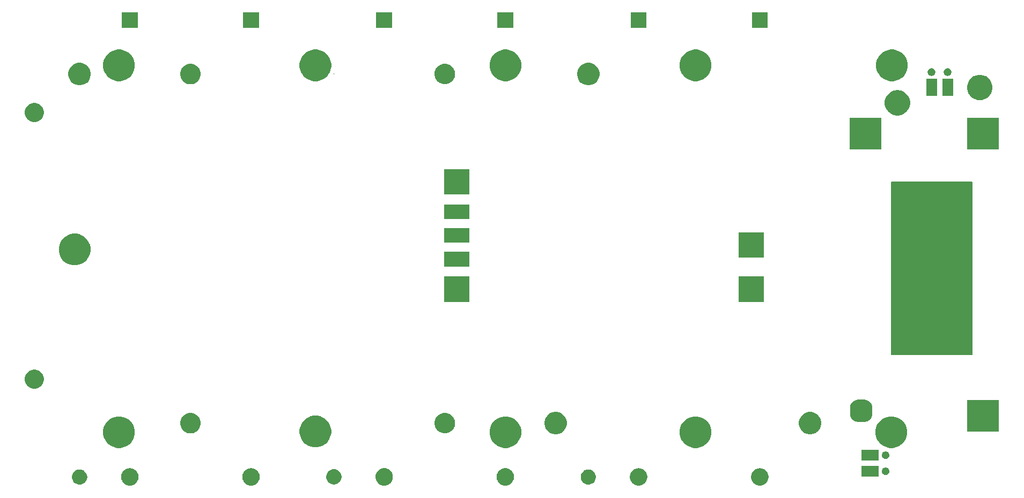
<source format=gts>
G04 #@! TF.GenerationSoftware,KiCad,Pcbnew,(5.0.2)-1*
G04 #@! TF.CreationDate,2019-05-03T13:20:24-04:00*
G04 #@! TF.ProjectId,2p3s-pwr-pack,32703373-2d70-4777-922d-7061636b2e6b,V1*
G04 #@! TF.SameCoordinates,Original*
G04 #@! TF.FileFunction,Soldermask,Top*
G04 #@! TF.FilePolarity,Negative*
%FSLAX46Y46*%
G04 Gerber Fmt 4.6, Leading zero omitted, Abs format (unit mm)*
G04 Created by KiCad (PCBNEW (5.0.2)-1) date 5/3/2019 1:20:24 PM*
%MOMM*%
%LPD*%
G01*
G04 APERTURE LIST*
%ADD10C,0.150000*%
G04 APERTURE END LIST*
D10*
G36*
X188595000Y-120332500D02*
X201295000Y-120332500D01*
X201295000Y-93027500D01*
X188595000Y-93027500D01*
X188595000Y-120332500D01*
G37*
X188595000Y-120332500D02*
X201295000Y-120332500D01*
X201295000Y-93027500D01*
X188595000Y-93027500D01*
X188595000Y-120332500D01*
G36*
X168063976Y-138327615D02*
X168241076Y-138362842D01*
X168491306Y-138466490D01*
X168716514Y-138616970D01*
X168908032Y-138808488D01*
X169058512Y-139033696D01*
X169162160Y-139283926D01*
X169179281Y-139370000D01*
X169211182Y-139530374D01*
X169215001Y-139549576D01*
X169215001Y-139820426D01*
X169162160Y-140086076D01*
X169058512Y-140336306D01*
X168908032Y-140561514D01*
X168716514Y-140753032D01*
X168491306Y-140903512D01*
X168241076Y-141007160D01*
X168071956Y-141040800D01*
X167975427Y-141060001D01*
X167704575Y-141060001D01*
X167608046Y-141040800D01*
X167438926Y-141007160D01*
X167188696Y-140903512D01*
X166963488Y-140753032D01*
X166771970Y-140561514D01*
X166621490Y-140336306D01*
X166517842Y-140086076D01*
X166465001Y-139820426D01*
X166465001Y-139549576D01*
X166468821Y-139530374D01*
X166500721Y-139370000D01*
X166517842Y-139283926D01*
X166621490Y-139033696D01*
X166771970Y-138808488D01*
X166963488Y-138616970D01*
X167188696Y-138466490D01*
X167438926Y-138362842D01*
X167616026Y-138327615D01*
X167704575Y-138310001D01*
X167975427Y-138310001D01*
X168063976Y-138327615D01*
X168063976Y-138327615D01*
G37*
G36*
X148933976Y-138327615D02*
X149111076Y-138362842D01*
X149361306Y-138466490D01*
X149586514Y-138616970D01*
X149778032Y-138808488D01*
X149928512Y-139033696D01*
X150032160Y-139283926D01*
X150049281Y-139370000D01*
X150081182Y-139530374D01*
X150085001Y-139549576D01*
X150085001Y-139820426D01*
X150032160Y-140086076D01*
X149928512Y-140336306D01*
X149778032Y-140561514D01*
X149586514Y-140753032D01*
X149361306Y-140903512D01*
X149111076Y-141007160D01*
X148941956Y-141040800D01*
X148845427Y-141060001D01*
X148574575Y-141060001D01*
X148478046Y-141040800D01*
X148308926Y-141007160D01*
X148058696Y-140903512D01*
X147833488Y-140753032D01*
X147641970Y-140561514D01*
X147491490Y-140336306D01*
X147387842Y-140086076D01*
X147335001Y-139820426D01*
X147335001Y-139549576D01*
X147338821Y-139530374D01*
X147370721Y-139370000D01*
X147387842Y-139283926D01*
X147491490Y-139033696D01*
X147641970Y-138808488D01*
X147833488Y-138616970D01*
X148058696Y-138466490D01*
X148308926Y-138362842D01*
X148486026Y-138327615D01*
X148574575Y-138310001D01*
X148845427Y-138310001D01*
X148933976Y-138327615D01*
X148933976Y-138327615D01*
G37*
G36*
X87763976Y-138327615D02*
X87941076Y-138362842D01*
X88191306Y-138466490D01*
X88416514Y-138616970D01*
X88608032Y-138808488D01*
X88758512Y-139033696D01*
X88862160Y-139283926D01*
X88879281Y-139370000D01*
X88911182Y-139530374D01*
X88915001Y-139549576D01*
X88915001Y-139820426D01*
X88862160Y-140086076D01*
X88758512Y-140336306D01*
X88608032Y-140561514D01*
X88416514Y-140753032D01*
X88191306Y-140903512D01*
X87941076Y-141007160D01*
X87771956Y-141040800D01*
X87675427Y-141060001D01*
X87404575Y-141060001D01*
X87308046Y-141040800D01*
X87138926Y-141007160D01*
X86888696Y-140903512D01*
X86663488Y-140753032D01*
X86471970Y-140561514D01*
X86321490Y-140336306D01*
X86217842Y-140086076D01*
X86165001Y-139820426D01*
X86165001Y-139549576D01*
X86168821Y-139530374D01*
X86200721Y-139370000D01*
X86217842Y-139283926D01*
X86321490Y-139033696D01*
X86471970Y-138808488D01*
X86663488Y-138616970D01*
X86888696Y-138466490D01*
X87138926Y-138362842D01*
X87316026Y-138327615D01*
X87404575Y-138310001D01*
X87675427Y-138310001D01*
X87763976Y-138327615D01*
X87763976Y-138327615D01*
G37*
G36*
X68633976Y-138327615D02*
X68811076Y-138362842D01*
X69061306Y-138466490D01*
X69286514Y-138616970D01*
X69478032Y-138808488D01*
X69628512Y-139033696D01*
X69732160Y-139283926D01*
X69749281Y-139370000D01*
X69781182Y-139530374D01*
X69785001Y-139549576D01*
X69785001Y-139820426D01*
X69732160Y-140086076D01*
X69628512Y-140336306D01*
X69478032Y-140561514D01*
X69286514Y-140753032D01*
X69061306Y-140903512D01*
X68811076Y-141007160D01*
X68641956Y-141040800D01*
X68545427Y-141060001D01*
X68274575Y-141060001D01*
X68178046Y-141040800D01*
X68008926Y-141007160D01*
X67758696Y-140903512D01*
X67533488Y-140753032D01*
X67341970Y-140561514D01*
X67191490Y-140336306D01*
X67087842Y-140086076D01*
X67035001Y-139820426D01*
X67035001Y-139549576D01*
X67038821Y-139530374D01*
X67070721Y-139370000D01*
X67087842Y-139283926D01*
X67191490Y-139033696D01*
X67341970Y-138808488D01*
X67533488Y-138616970D01*
X67758696Y-138466490D01*
X68008926Y-138362842D01*
X68186026Y-138327615D01*
X68274575Y-138310001D01*
X68545427Y-138310001D01*
X68633976Y-138327615D01*
X68633976Y-138327615D01*
G37*
G36*
X127883135Y-138303950D02*
X128082675Y-138343641D01*
X128332905Y-138447289D01*
X128558113Y-138597769D01*
X128749631Y-138789287D01*
X128900111Y-139014495D01*
X129003759Y-139264725D01*
X129013913Y-139315773D01*
X129056600Y-139530374D01*
X129056600Y-139801226D01*
X129038986Y-139889775D01*
X129003759Y-140066875D01*
X128900111Y-140317105D01*
X128749631Y-140542313D01*
X128558113Y-140733831D01*
X128332905Y-140884311D01*
X128082675Y-140987959D01*
X127905575Y-141023186D01*
X127817026Y-141040800D01*
X127546174Y-141040800D01*
X127457625Y-141023186D01*
X127280525Y-140987959D01*
X127030295Y-140884311D01*
X126805087Y-140733831D01*
X126613569Y-140542313D01*
X126463089Y-140317105D01*
X126359441Y-140066875D01*
X126324214Y-139889775D01*
X126306600Y-139801226D01*
X126306600Y-139530374D01*
X126349287Y-139315773D01*
X126359441Y-139264725D01*
X126463089Y-139014495D01*
X126613569Y-138789287D01*
X126805087Y-138597769D01*
X127030295Y-138447289D01*
X127280525Y-138343641D01*
X127480065Y-138303950D01*
X127546174Y-138290800D01*
X127817026Y-138290800D01*
X127883135Y-138303950D01*
X127883135Y-138303950D01*
G37*
G36*
X108753135Y-138303950D02*
X108952675Y-138343641D01*
X109202905Y-138447289D01*
X109428113Y-138597769D01*
X109619631Y-138789287D01*
X109770111Y-139014495D01*
X109873759Y-139264725D01*
X109883913Y-139315773D01*
X109926600Y-139530374D01*
X109926600Y-139801226D01*
X109908986Y-139889775D01*
X109873759Y-140066875D01*
X109770111Y-140317105D01*
X109619631Y-140542313D01*
X109428113Y-140733831D01*
X109202905Y-140884311D01*
X108952675Y-140987959D01*
X108775575Y-141023186D01*
X108687026Y-141040800D01*
X108416174Y-141040800D01*
X108327625Y-141023186D01*
X108150525Y-140987959D01*
X107900295Y-140884311D01*
X107675087Y-140733831D01*
X107483569Y-140542313D01*
X107333089Y-140317105D01*
X107229441Y-140066875D01*
X107194214Y-139889775D01*
X107176600Y-139801226D01*
X107176600Y-139530374D01*
X107219287Y-139315773D01*
X107229441Y-139264725D01*
X107333089Y-139014495D01*
X107483569Y-138789287D01*
X107675087Y-138597769D01*
X107900295Y-138447289D01*
X108150525Y-138343641D01*
X108350065Y-138303950D01*
X108416174Y-138290800D01*
X108687026Y-138290800D01*
X108753135Y-138303950D01*
X108753135Y-138303950D01*
G37*
G36*
X60670470Y-138500373D02*
X60825030Y-138531117D01*
X61043412Y-138621573D01*
X61174442Y-138709125D01*
X61211220Y-138733699D01*
X61239957Y-138752901D01*
X61407101Y-138920045D01*
X61538429Y-139116590D01*
X61628885Y-139334972D01*
X61659629Y-139489532D01*
X61671182Y-139547610D01*
X61675001Y-139566812D01*
X61675001Y-139803190D01*
X61628885Y-140035030D01*
X61538429Y-140253412D01*
X61483039Y-140336308D01*
X61419932Y-140430755D01*
X61407101Y-140449957D01*
X61239957Y-140617101D01*
X61043412Y-140748429D01*
X60825030Y-140838885D01*
X60670470Y-140869629D01*
X60593191Y-140885001D01*
X60356811Y-140885001D01*
X60279532Y-140869629D01*
X60124972Y-140838885D01*
X59906590Y-140748429D01*
X59710045Y-140617101D01*
X59542901Y-140449957D01*
X59530071Y-140430755D01*
X59466963Y-140336308D01*
X59411573Y-140253412D01*
X59321117Y-140035030D01*
X59275001Y-139803190D01*
X59275001Y-139566812D01*
X59278821Y-139547610D01*
X59290373Y-139489532D01*
X59321117Y-139334972D01*
X59411573Y-139116590D01*
X59542901Y-138920045D01*
X59710045Y-138752901D01*
X59738783Y-138733699D01*
X59775560Y-138709125D01*
X59906590Y-138621573D01*
X60124972Y-138531117D01*
X60279532Y-138500373D01*
X60356811Y-138485001D01*
X60593191Y-138485001D01*
X60670470Y-138500373D01*
X60670470Y-138500373D01*
G37*
G36*
X140970470Y-138500373D02*
X141125030Y-138531117D01*
X141343412Y-138621573D01*
X141474442Y-138709125D01*
X141511220Y-138733699D01*
X141539957Y-138752901D01*
X141707101Y-138920045D01*
X141838429Y-139116590D01*
X141928885Y-139334972D01*
X141959629Y-139489532D01*
X141971182Y-139547610D01*
X141975001Y-139566812D01*
X141975001Y-139803190D01*
X141928885Y-140035030D01*
X141838429Y-140253412D01*
X141783039Y-140336308D01*
X141719932Y-140430755D01*
X141707101Y-140449957D01*
X141539957Y-140617101D01*
X141343412Y-140748429D01*
X141125030Y-140838885D01*
X140970470Y-140869629D01*
X140893191Y-140885001D01*
X140656811Y-140885001D01*
X140579532Y-140869629D01*
X140424972Y-140838885D01*
X140206590Y-140748429D01*
X140010045Y-140617101D01*
X139842901Y-140449957D01*
X139830071Y-140430755D01*
X139766963Y-140336308D01*
X139711573Y-140253412D01*
X139621117Y-140035030D01*
X139575001Y-139803190D01*
X139575001Y-139566812D01*
X139578821Y-139547610D01*
X139590373Y-139489532D01*
X139621117Y-139334972D01*
X139711573Y-139116590D01*
X139842901Y-138920045D01*
X140010045Y-138752901D01*
X140038783Y-138733699D01*
X140075560Y-138709125D01*
X140206590Y-138621573D01*
X140424972Y-138531117D01*
X140579532Y-138500373D01*
X140656811Y-138485001D01*
X140893191Y-138485001D01*
X140970470Y-138500373D01*
X140970470Y-138500373D01*
G37*
G36*
X100812069Y-138481172D02*
X100966629Y-138511916D01*
X101185011Y-138602372D01*
X101316041Y-138689924D01*
X101381555Y-138733699D01*
X101548701Y-138900845D01*
X101578214Y-138945014D01*
X101680028Y-139097389D01*
X101770484Y-139315771D01*
X101776684Y-139346942D01*
X101816600Y-139547610D01*
X101816600Y-139783990D01*
X101809352Y-139820426D01*
X101770484Y-140015829D01*
X101680028Y-140234211D01*
X101592476Y-140365241D01*
X101548701Y-140430755D01*
X101381555Y-140597901D01*
X101316041Y-140641676D01*
X101185011Y-140729228D01*
X100966629Y-140819684D01*
X100870099Y-140838885D01*
X100734790Y-140865800D01*
X100498410Y-140865800D01*
X100363101Y-140838885D01*
X100266571Y-140819684D01*
X100048189Y-140729228D01*
X99917159Y-140641676D01*
X99851645Y-140597901D01*
X99684499Y-140430755D01*
X99640724Y-140365241D01*
X99553172Y-140234211D01*
X99462716Y-140015829D01*
X99423848Y-139820426D01*
X99416600Y-139783990D01*
X99416600Y-139547610D01*
X99456516Y-139346942D01*
X99462716Y-139315771D01*
X99553172Y-139097389D01*
X99654986Y-138945014D01*
X99684499Y-138900845D01*
X99851645Y-138733699D01*
X99917159Y-138689924D01*
X100048189Y-138602372D01*
X100266571Y-138511916D01*
X100421131Y-138481172D01*
X100498410Y-138465800D01*
X100734790Y-138465800D01*
X100812069Y-138481172D01*
X100812069Y-138481172D01*
G37*
G36*
X186600000Y-139620000D02*
X183900000Y-139620000D01*
X183900000Y-137920000D01*
X186600000Y-137920000D01*
X186600000Y-139620000D01*
X186600000Y-139620000D01*
G37*
G36*
X187875015Y-138193058D02*
X187984204Y-138238285D01*
X187984207Y-138238287D01*
X188082478Y-138303950D01*
X188166050Y-138387522D01*
X188218354Y-138465800D01*
X188231715Y-138485796D01*
X188276942Y-138594985D01*
X188300000Y-138710906D01*
X188300000Y-138829094D01*
X188276942Y-138945015D01*
X188231715Y-139054204D01*
X188231713Y-139054207D01*
X188202860Y-139097389D01*
X188166049Y-139152479D01*
X188082479Y-139236049D01*
X187984204Y-139301715D01*
X187875015Y-139346942D01*
X187759095Y-139370000D01*
X187640905Y-139370000D01*
X187524985Y-139346942D01*
X187415796Y-139301715D01*
X187317521Y-139236049D01*
X187233951Y-139152479D01*
X187197141Y-139097389D01*
X187168287Y-139054207D01*
X187168285Y-139054204D01*
X187123058Y-138945015D01*
X187100000Y-138829094D01*
X187100000Y-138710906D01*
X187123058Y-138594985D01*
X187168285Y-138485796D01*
X187181646Y-138465800D01*
X187233950Y-138387522D01*
X187317522Y-138303950D01*
X187415793Y-138238287D01*
X187415796Y-138238285D01*
X187524985Y-138193058D01*
X187640905Y-138170000D01*
X187759095Y-138170000D01*
X187875015Y-138193058D01*
X187875015Y-138193058D01*
G37*
G36*
X186600000Y-137080000D02*
X183900000Y-137080000D01*
X183900000Y-135380000D01*
X186600000Y-135380000D01*
X186600000Y-137080000D01*
X186600000Y-137080000D01*
G37*
G36*
X187875015Y-135653058D02*
X187984204Y-135698285D01*
X188082479Y-135763951D01*
X188166049Y-135847521D01*
X188231715Y-135945796D01*
X188276942Y-136054985D01*
X188300000Y-136170906D01*
X188300000Y-136289094D01*
X188276942Y-136405015D01*
X188231715Y-136514204D01*
X188166049Y-136612479D01*
X188082479Y-136696049D01*
X187984204Y-136761715D01*
X187875015Y-136806942D01*
X187817054Y-136818471D01*
X187759095Y-136830000D01*
X187640905Y-136830000D01*
X187582946Y-136818471D01*
X187524985Y-136806942D01*
X187415796Y-136761715D01*
X187317521Y-136696049D01*
X187233951Y-136612479D01*
X187168285Y-136514204D01*
X187123058Y-136405015D01*
X187100000Y-136289094D01*
X187100000Y-136170906D01*
X187123058Y-136054985D01*
X187168285Y-135945796D01*
X187233951Y-135847521D01*
X187317521Y-135763951D01*
X187415796Y-135698285D01*
X187524985Y-135653058D01*
X187640905Y-135630000D01*
X187759095Y-135630000D01*
X187875015Y-135653058D01*
X187875015Y-135653058D01*
G37*
G36*
X189329225Y-130196074D02*
X189784192Y-130384528D01*
X189784194Y-130384529D01*
X189921298Y-130476139D01*
X190193658Y-130658124D01*
X190541876Y-131006342D01*
X190815472Y-131415808D01*
X191003926Y-131870775D01*
X191100000Y-132353772D01*
X191100000Y-132846228D01*
X191003926Y-133329225D01*
X190815472Y-133784192D01*
X190541876Y-134193658D01*
X190193658Y-134541876D01*
X189933854Y-134715471D01*
X189784194Y-134815471D01*
X189784193Y-134815472D01*
X189784192Y-134815472D01*
X189329225Y-135003926D01*
X188846228Y-135100000D01*
X188353772Y-135100000D01*
X187870775Y-135003926D01*
X187415808Y-134815472D01*
X187415807Y-134815472D01*
X187415806Y-134815471D01*
X187266146Y-134715471D01*
X187006342Y-134541876D01*
X186658124Y-134193658D01*
X186384528Y-133784192D01*
X186196074Y-133329225D01*
X186100000Y-132846228D01*
X186100000Y-132353772D01*
X186196074Y-131870775D01*
X186384528Y-131415808D01*
X186658124Y-131006342D01*
X187006342Y-130658124D01*
X187278702Y-130476139D01*
X187415806Y-130384529D01*
X187415808Y-130384528D01*
X187870775Y-130196074D01*
X188353772Y-130100000D01*
X188846228Y-130100000D01*
X189329225Y-130196074D01*
X189329225Y-130196074D01*
G37*
G36*
X158429225Y-130196074D02*
X158884192Y-130384528D01*
X158884194Y-130384529D01*
X159021298Y-130476139D01*
X159293658Y-130658124D01*
X159641876Y-131006342D01*
X159915472Y-131415808D01*
X160103926Y-131870775D01*
X160200000Y-132353772D01*
X160200000Y-132846228D01*
X160103926Y-133329225D01*
X159915472Y-133784192D01*
X159641876Y-134193658D01*
X159293658Y-134541876D01*
X159033854Y-134715471D01*
X158884194Y-134815471D01*
X158884193Y-134815472D01*
X158884192Y-134815472D01*
X158429225Y-135003926D01*
X157946228Y-135100000D01*
X157453772Y-135100000D01*
X156970775Y-135003926D01*
X156515808Y-134815472D01*
X156515807Y-134815472D01*
X156515806Y-134815471D01*
X156366146Y-134715471D01*
X156106342Y-134541876D01*
X155758124Y-134193658D01*
X155484528Y-133784192D01*
X155296074Y-133329225D01*
X155200000Y-132846228D01*
X155200000Y-132353772D01*
X155296074Y-131870775D01*
X155484528Y-131415808D01*
X155758124Y-131006342D01*
X156106342Y-130658124D01*
X156378702Y-130476139D01*
X156515806Y-130384529D01*
X156515808Y-130384528D01*
X156970775Y-130196074D01*
X157453772Y-130100000D01*
X157946228Y-130100000D01*
X158429225Y-130196074D01*
X158429225Y-130196074D01*
G37*
G36*
X67429225Y-130196074D02*
X67884192Y-130384528D01*
X67884194Y-130384529D01*
X68021298Y-130476139D01*
X68293658Y-130658124D01*
X68641876Y-131006342D01*
X68915472Y-131415808D01*
X69103926Y-131870775D01*
X69200000Y-132353772D01*
X69200000Y-132846228D01*
X69103926Y-133329225D01*
X68915472Y-133784192D01*
X68641876Y-134193658D01*
X68293658Y-134541876D01*
X68033854Y-134715471D01*
X67884194Y-134815471D01*
X67884193Y-134815472D01*
X67884192Y-134815472D01*
X67429225Y-135003926D01*
X66946228Y-135100000D01*
X66453772Y-135100000D01*
X65970775Y-135003926D01*
X65515808Y-134815472D01*
X65515807Y-134815472D01*
X65515806Y-134815471D01*
X65366146Y-134715471D01*
X65106342Y-134541876D01*
X64758124Y-134193658D01*
X64484528Y-133784192D01*
X64296074Y-133329225D01*
X64200000Y-132846228D01*
X64200000Y-132353772D01*
X64296074Y-131870775D01*
X64484528Y-131415808D01*
X64758124Y-131006342D01*
X65106342Y-130658124D01*
X65378702Y-130476139D01*
X65515806Y-130384529D01*
X65515808Y-130384528D01*
X65970775Y-130196074D01*
X66453772Y-130100000D01*
X66946228Y-130100000D01*
X67429225Y-130196074D01*
X67429225Y-130196074D01*
G37*
G36*
X128429225Y-130196074D02*
X128884192Y-130384528D01*
X128884194Y-130384529D01*
X129021298Y-130476139D01*
X129293658Y-130658124D01*
X129641876Y-131006342D01*
X129915472Y-131415808D01*
X130103926Y-131870775D01*
X130200000Y-132353772D01*
X130200000Y-132846228D01*
X130103926Y-133329225D01*
X129915472Y-133784192D01*
X129641876Y-134193658D01*
X129293658Y-134541876D01*
X129033854Y-134715471D01*
X128884194Y-134815471D01*
X128884193Y-134815472D01*
X128884192Y-134815472D01*
X128429225Y-135003926D01*
X127946228Y-135100000D01*
X127453772Y-135100000D01*
X126970775Y-135003926D01*
X126515808Y-134815472D01*
X126515807Y-134815472D01*
X126515806Y-134815471D01*
X126366146Y-134715471D01*
X126106342Y-134541876D01*
X125758124Y-134193658D01*
X125484528Y-133784192D01*
X125296074Y-133329225D01*
X125200000Y-132846228D01*
X125200000Y-132353772D01*
X125296074Y-131870775D01*
X125484528Y-131415808D01*
X125758124Y-131006342D01*
X126106342Y-130658124D01*
X126378702Y-130476139D01*
X126515806Y-130384529D01*
X126515808Y-130384528D01*
X126970775Y-130196074D01*
X127453772Y-130100000D01*
X127946228Y-130100000D01*
X128429225Y-130196074D01*
X128429225Y-130196074D01*
G37*
G36*
X98429225Y-130096074D02*
X98884192Y-130284528D01*
X98884194Y-130284529D01*
X99021298Y-130376139D01*
X99293658Y-130558124D01*
X99641876Y-130906342D01*
X99823861Y-131178702D01*
X99915170Y-131315355D01*
X99915472Y-131315808D01*
X100103926Y-131770775D01*
X100200000Y-132253772D01*
X100200000Y-132746228D01*
X100103926Y-133229225D01*
X99915472Y-133684192D01*
X99641876Y-134093658D01*
X99293658Y-134441876D01*
X99143997Y-134541876D01*
X98884194Y-134715471D01*
X98884193Y-134715472D01*
X98884192Y-134715472D01*
X98429225Y-134903926D01*
X97946228Y-135000000D01*
X97453772Y-135000000D01*
X96970775Y-134903926D01*
X96515808Y-134715472D01*
X96515807Y-134715472D01*
X96515806Y-134715471D01*
X96256003Y-134541876D01*
X96106342Y-134441876D01*
X95758124Y-134093658D01*
X95484528Y-133684192D01*
X95296074Y-133229225D01*
X95200000Y-132746228D01*
X95200000Y-132253772D01*
X95296074Y-131770775D01*
X95484528Y-131315808D01*
X95484831Y-131315355D01*
X95576139Y-131178702D01*
X95758124Y-130906342D01*
X96106342Y-130558124D01*
X96378702Y-130376139D01*
X96515806Y-130284529D01*
X96515808Y-130284528D01*
X96970775Y-130096074D01*
X97453772Y-130000000D01*
X97946228Y-130000000D01*
X98429225Y-130096074D01*
X98429225Y-130096074D01*
G37*
G36*
X176292751Y-129468214D02*
X176615776Y-129602015D01*
X176615779Y-129602017D01*
X176906497Y-129796269D01*
X177153733Y-130043505D01*
X177267111Y-130213187D01*
X177347987Y-130334226D01*
X177481788Y-130657251D01*
X177550001Y-131000179D01*
X177550001Y-131349823D01*
X177481788Y-131692751D01*
X177347987Y-132015776D01*
X177347985Y-132015779D01*
X177153733Y-132306497D01*
X176906497Y-132553733D01*
X176821349Y-132610627D01*
X176615776Y-132747987D01*
X176292751Y-132881788D01*
X175949823Y-132950001D01*
X175600179Y-132950001D01*
X175257251Y-132881788D01*
X174934226Y-132747987D01*
X174728653Y-132610627D01*
X174643505Y-132553733D01*
X174396269Y-132306497D01*
X174202017Y-132015779D01*
X174202015Y-132015776D01*
X174068214Y-131692751D01*
X174000001Y-131349823D01*
X174000001Y-131000179D01*
X174068214Y-130657251D01*
X174202015Y-130334226D01*
X174282891Y-130213187D01*
X174396269Y-130043505D01*
X174643505Y-129796269D01*
X174934223Y-129602017D01*
X174934226Y-129602015D01*
X175257251Y-129468214D01*
X175600179Y-129400001D01*
X175949823Y-129400001D01*
X176292751Y-129468214D01*
X176292751Y-129468214D01*
G37*
G36*
X136134350Y-129449013D02*
X136457375Y-129582814D01*
X136457378Y-129582816D01*
X136748096Y-129777068D01*
X136995332Y-130024304D01*
X137169209Y-130284529D01*
X137189586Y-130315025D01*
X137323387Y-130638050D01*
X137391600Y-130980978D01*
X137391600Y-131330622D01*
X137323387Y-131673550D01*
X137189586Y-131996575D01*
X137189584Y-131996578D01*
X136995332Y-132287296D01*
X136748096Y-132534532D01*
X136634212Y-132610627D01*
X136457375Y-132728786D01*
X136134350Y-132862587D01*
X135791422Y-132930800D01*
X135441778Y-132930800D01*
X135098850Y-132862587D01*
X134775825Y-132728786D01*
X134598988Y-132610627D01*
X134485104Y-132534532D01*
X134237868Y-132287296D01*
X134043616Y-131996578D01*
X134043614Y-131996575D01*
X133909813Y-131673550D01*
X133841600Y-131330622D01*
X133841600Y-130980978D01*
X133909813Y-130638050D01*
X134043614Y-130315025D01*
X134063991Y-130284529D01*
X134237868Y-130024304D01*
X134485104Y-129777068D01*
X134775822Y-129582816D01*
X134775825Y-129582814D01*
X135098850Y-129449013D01*
X135441778Y-129380800D01*
X135791422Y-129380800D01*
X136134350Y-129449013D01*
X136134350Y-129449013D01*
G37*
G36*
X78238884Y-129575753D02*
X78447539Y-129617257D01*
X78675568Y-129711710D01*
X78742359Y-129739376D01*
X78941133Y-129872193D01*
X79007692Y-129916666D01*
X79233336Y-130142310D01*
X79233337Y-130142312D01*
X79410626Y-130407643D01*
X79410627Y-130407646D01*
X79532745Y-130702463D01*
X79567294Y-130876152D01*
X79591182Y-130996244D01*
X79595001Y-131015446D01*
X79595001Y-131334556D01*
X79532745Y-131647539D01*
X79440277Y-131870775D01*
X79410626Y-131942359D01*
X79361570Y-132015776D01*
X79233336Y-132207692D01*
X79007692Y-132433336D01*
X78941133Y-132477809D01*
X78742359Y-132610626D01*
X78675568Y-132638292D01*
X78447539Y-132732745D01*
X78238884Y-132774249D01*
X78134557Y-132795001D01*
X77815445Y-132795001D01*
X77711118Y-132774249D01*
X77502463Y-132732745D01*
X77274434Y-132638292D01*
X77207643Y-132610626D01*
X77008869Y-132477809D01*
X76942310Y-132433336D01*
X76716666Y-132207692D01*
X76588432Y-132015776D01*
X76539376Y-131942359D01*
X76509725Y-131870775D01*
X76417257Y-131647539D01*
X76355001Y-131334556D01*
X76355001Y-131015446D01*
X76358821Y-130996244D01*
X76382708Y-130876152D01*
X76417257Y-130702463D01*
X76539375Y-130407646D01*
X76539376Y-130407643D01*
X76716665Y-130142312D01*
X76716666Y-130142310D01*
X76942310Y-129916666D01*
X77008869Y-129872193D01*
X77207643Y-129739376D01*
X77274434Y-129711710D01*
X77502463Y-129617257D01*
X77711118Y-129575753D01*
X77815445Y-129555001D01*
X78134557Y-129555001D01*
X78238884Y-129575753D01*
X78238884Y-129575753D01*
G37*
G36*
X118372685Y-129555001D02*
X118589138Y-129598056D01*
X118817167Y-129692509D01*
X118883958Y-129720175D01*
X119082732Y-129852992D01*
X119149291Y-129897465D01*
X119374935Y-130123109D01*
X119387766Y-130142312D01*
X119552225Y-130388442D01*
X119579891Y-130455233D01*
X119674344Y-130683262D01*
X119690195Y-130762950D01*
X119736600Y-130996244D01*
X119736600Y-131315356D01*
X119729744Y-131349823D01*
X119674344Y-131628338D01*
X119615344Y-131770775D01*
X119552225Y-131923158D01*
X119503169Y-131996575D01*
X119374935Y-132188491D01*
X119149291Y-132414135D01*
X119120553Y-132433337D01*
X118883958Y-132591425D01*
X118837600Y-132610627D01*
X118589138Y-132713544D01*
X118380483Y-132755048D01*
X118276156Y-132775800D01*
X117957044Y-132775800D01*
X117852717Y-132755048D01*
X117644062Y-132713544D01*
X117395600Y-132610627D01*
X117349242Y-132591425D01*
X117112647Y-132433337D01*
X117083909Y-132414135D01*
X116858265Y-132188491D01*
X116730031Y-131996575D01*
X116680975Y-131923158D01*
X116617856Y-131770775D01*
X116558856Y-131628338D01*
X116503456Y-131349823D01*
X116496600Y-131315356D01*
X116496600Y-130996244D01*
X116543005Y-130762950D01*
X116558856Y-130683262D01*
X116653309Y-130455233D01*
X116680975Y-130388442D01*
X116845434Y-130142312D01*
X116858265Y-130123109D01*
X117083909Y-129897465D01*
X117150468Y-129852992D01*
X117349242Y-129720175D01*
X117416033Y-129692509D01*
X117644062Y-129598056D01*
X117860515Y-129555001D01*
X117957044Y-129535800D01*
X118276156Y-129535800D01*
X118372685Y-129555001D01*
X118372685Y-129555001D01*
G37*
G36*
X205600000Y-132500000D02*
X200600000Y-132500000D01*
X200600000Y-127500000D01*
X205600000Y-127500000D01*
X205600000Y-132500000D01*
X205600000Y-132500000D01*
G37*
G36*
X184625001Y-127492885D02*
X184851900Y-127561714D01*
X185061012Y-127673487D01*
X185244296Y-127823904D01*
X185394713Y-128007188D01*
X185506486Y-128216300D01*
X185575315Y-128443199D01*
X185598800Y-128681651D01*
X185598800Y-129757149D01*
X185575315Y-129995601D01*
X185506486Y-130222500D01*
X185394713Y-130431612D01*
X185244296Y-130614896D01*
X185061012Y-130765313D01*
X184851900Y-130877086D01*
X184625001Y-130945915D01*
X184386549Y-130969400D01*
X183311051Y-130969400D01*
X183072599Y-130945915D01*
X182845700Y-130877086D01*
X182636588Y-130765313D01*
X182453304Y-130614896D01*
X182302887Y-130431612D01*
X182191114Y-130222500D01*
X182122285Y-129995601D01*
X182098800Y-129757149D01*
X182098800Y-128681651D01*
X182122285Y-128443199D01*
X182191114Y-128216300D01*
X182302887Y-128007188D01*
X182453304Y-127823904D01*
X182636588Y-127673487D01*
X182845700Y-127561714D01*
X183072599Y-127492885D01*
X183311051Y-127469400D01*
X184386549Y-127469400D01*
X184625001Y-127492885D01*
X184625001Y-127492885D01*
G37*
G36*
X53777536Y-122763644D02*
X53988674Y-122851101D01*
X54050517Y-122876717D01*
X54234567Y-122999696D01*
X54296196Y-123040875D01*
X54505125Y-123249804D01*
X54505126Y-123249806D01*
X54669283Y-123495483D01*
X54669284Y-123495486D01*
X54782356Y-123768464D01*
X54840000Y-124058263D01*
X54840000Y-124353737D01*
X54782356Y-124643536D01*
X54694899Y-124854674D01*
X54669283Y-124916517D01*
X54546304Y-125100567D01*
X54505125Y-125162196D01*
X54296196Y-125371125D01*
X54234567Y-125412304D01*
X54050517Y-125535283D01*
X53988674Y-125560899D01*
X53777536Y-125648356D01*
X53487737Y-125706000D01*
X53192263Y-125706000D01*
X52902464Y-125648356D01*
X52691326Y-125560899D01*
X52629483Y-125535283D01*
X52445433Y-125412304D01*
X52383804Y-125371125D01*
X52174875Y-125162196D01*
X52133696Y-125100567D01*
X52010717Y-124916517D01*
X51985101Y-124854674D01*
X51897644Y-124643536D01*
X51840000Y-124353737D01*
X51840000Y-124058263D01*
X51897644Y-123768464D01*
X52010716Y-123495486D01*
X52010717Y-123495483D01*
X52174874Y-123249806D01*
X52174875Y-123249804D01*
X52383804Y-123040875D01*
X52445433Y-122999696D01*
X52629483Y-122876717D01*
X52691326Y-122851101D01*
X52902464Y-122763644D01*
X53192263Y-122706000D01*
X53487737Y-122706000D01*
X53777536Y-122763644D01*
X53777536Y-122763644D01*
G37*
G36*
X168500000Y-112000000D02*
X164500000Y-112000000D01*
X164500000Y-108000000D01*
X168500000Y-108000000D01*
X168500000Y-112000000D01*
X168500000Y-112000000D01*
G37*
G36*
X122000000Y-112000000D02*
X118000000Y-112000000D01*
X118000000Y-108000000D01*
X122000000Y-108000000D01*
X122000000Y-112000000D01*
X122000000Y-112000000D01*
G37*
G36*
X122000000Y-106400000D02*
X118000000Y-106400000D01*
X118000000Y-104100000D01*
X122000000Y-104100000D01*
X122000000Y-106400000D01*
X122000000Y-106400000D01*
G37*
G36*
X60429225Y-101296074D02*
X60884192Y-101484528D01*
X60884194Y-101484529D01*
X61021298Y-101576139D01*
X61293658Y-101758124D01*
X61641876Y-102106342D01*
X61915472Y-102515808D01*
X62103926Y-102970775D01*
X62200000Y-103453772D01*
X62200000Y-103946228D01*
X62103926Y-104429225D01*
X61915472Y-104884192D01*
X61641876Y-105293658D01*
X61293658Y-105641876D01*
X61033854Y-105815471D01*
X60884194Y-105915471D01*
X60884193Y-105915472D01*
X60884192Y-105915472D01*
X60429225Y-106103926D01*
X59946228Y-106200000D01*
X59453772Y-106200000D01*
X58970775Y-106103926D01*
X58515808Y-105915472D01*
X58515807Y-105915472D01*
X58515806Y-105915471D01*
X58366146Y-105815471D01*
X58106342Y-105641876D01*
X57758124Y-105293658D01*
X57484528Y-104884192D01*
X57296074Y-104429225D01*
X57200000Y-103946228D01*
X57200000Y-103453772D01*
X57296074Y-102970775D01*
X57484528Y-102515808D01*
X57758124Y-102106342D01*
X58106342Y-101758124D01*
X58378702Y-101576139D01*
X58515806Y-101484529D01*
X58515808Y-101484528D01*
X58970775Y-101296074D01*
X59453772Y-101200000D01*
X59946228Y-101200000D01*
X60429225Y-101296074D01*
X60429225Y-101296074D01*
G37*
G36*
X196429225Y-101196074D02*
X196884192Y-101384528D01*
X196884194Y-101384529D01*
X197021298Y-101476139D01*
X197293658Y-101658124D01*
X197641876Y-102006342D01*
X197915472Y-102415808D01*
X198103926Y-102870775D01*
X198200000Y-103353772D01*
X198200000Y-103846228D01*
X198103926Y-104329225D01*
X197915472Y-104784192D01*
X197641876Y-105193658D01*
X197293658Y-105541876D01*
X197143997Y-105641876D01*
X196884194Y-105815471D01*
X196884193Y-105815472D01*
X196884192Y-105815472D01*
X196429225Y-106003926D01*
X195946228Y-106100000D01*
X195453772Y-106100000D01*
X194970775Y-106003926D01*
X194515808Y-105815472D01*
X194515807Y-105815472D01*
X194515806Y-105815471D01*
X194256003Y-105641876D01*
X194106342Y-105541876D01*
X193758124Y-105193658D01*
X193484528Y-104784192D01*
X193296074Y-104329225D01*
X193200000Y-103846228D01*
X193200000Y-103353772D01*
X193296074Y-102870775D01*
X193484528Y-102415808D01*
X193758124Y-102006342D01*
X194106342Y-101658124D01*
X194378702Y-101476139D01*
X194515806Y-101384529D01*
X194515808Y-101384528D01*
X194970775Y-101196074D01*
X195453772Y-101100000D01*
X195946228Y-101100000D01*
X196429225Y-101196074D01*
X196429225Y-101196074D01*
G37*
G36*
X168500000Y-105000000D02*
X164500000Y-105000000D01*
X164500000Y-101000000D01*
X168500000Y-101000000D01*
X168500000Y-105000000D01*
X168500000Y-105000000D01*
G37*
G36*
X122000000Y-102650000D02*
X118000000Y-102650000D01*
X118000000Y-100350000D01*
X122000000Y-100350000D01*
X122000000Y-102650000D01*
X122000000Y-102650000D01*
G37*
G36*
X122000000Y-98900000D02*
X118000000Y-98900000D01*
X118000000Y-96600000D01*
X122000000Y-96600000D01*
X122000000Y-98900000D01*
X122000000Y-98900000D01*
G37*
G36*
X122000000Y-95000000D02*
X118000000Y-95000000D01*
X118000000Y-91000000D01*
X122000000Y-91000000D01*
X122000000Y-95000000D01*
X122000000Y-95000000D01*
G37*
G36*
X205600000Y-87900000D02*
X200600000Y-87900000D01*
X200600000Y-82900000D01*
X205600000Y-82900000D01*
X205600000Y-87900000D01*
X205600000Y-87900000D01*
G37*
G36*
X187000000Y-87900000D02*
X182000000Y-87900000D01*
X182000000Y-82900000D01*
X187000000Y-82900000D01*
X187000000Y-87900000D01*
X187000000Y-87900000D01*
G37*
G36*
X53777536Y-80599644D02*
X53988674Y-80687101D01*
X54050517Y-80712717D01*
X54234567Y-80835696D01*
X54296196Y-80876875D01*
X54505125Y-81085804D01*
X54546304Y-81147433D01*
X54669283Y-81331483D01*
X54669284Y-81331486D01*
X54782356Y-81604464D01*
X54840000Y-81894263D01*
X54840000Y-82189737D01*
X54782356Y-82479536D01*
X54694899Y-82690674D01*
X54669283Y-82752517D01*
X54570737Y-82900000D01*
X54505125Y-82998196D01*
X54296196Y-83207125D01*
X54234567Y-83248304D01*
X54050517Y-83371283D01*
X53988674Y-83396899D01*
X53777536Y-83484356D01*
X53487737Y-83542000D01*
X53192263Y-83542000D01*
X52902464Y-83484356D01*
X52691326Y-83396899D01*
X52629483Y-83371283D01*
X52445433Y-83248304D01*
X52383804Y-83207125D01*
X52174875Y-82998196D01*
X52109263Y-82900000D01*
X52010717Y-82752517D01*
X51985101Y-82690674D01*
X51897644Y-82479536D01*
X51840000Y-82189737D01*
X51840000Y-81894263D01*
X51897644Y-81604464D01*
X52010716Y-81331486D01*
X52010717Y-81331483D01*
X52133696Y-81147433D01*
X52174875Y-81085804D01*
X52383804Y-80876875D01*
X52445433Y-80835696D01*
X52629483Y-80712717D01*
X52691326Y-80687101D01*
X52902464Y-80599644D01*
X53192263Y-80542000D01*
X53487737Y-80542000D01*
X53777536Y-80599644D01*
X53777536Y-80599644D01*
G37*
G36*
X189885981Y-78543620D02*
X190143580Y-78594859D01*
X190507553Y-78745622D01*
X190507555Y-78745623D01*
X190835126Y-78964499D01*
X191113701Y-79243074D01*
X191205143Y-79379926D01*
X191332578Y-79570647D01*
X191483341Y-79934620D01*
X191560200Y-80321018D01*
X191560200Y-80714982D01*
X191483341Y-81101380D01*
X191332578Y-81465353D01*
X191332577Y-81465355D01*
X191113701Y-81792926D01*
X190835126Y-82071501D01*
X190507555Y-82290377D01*
X190507554Y-82290378D01*
X190507553Y-82290378D01*
X190143580Y-82441141D01*
X189950564Y-82479534D01*
X189757183Y-82518000D01*
X189363217Y-82518000D01*
X189169836Y-82479534D01*
X188976820Y-82441141D01*
X188612847Y-82290378D01*
X188612846Y-82290378D01*
X188612845Y-82290377D01*
X188285274Y-82071501D01*
X188006699Y-81792926D01*
X187787823Y-81465355D01*
X187787822Y-81465353D01*
X187637059Y-81101380D01*
X187560200Y-80714982D01*
X187560200Y-80321018D01*
X187637059Y-79934620D01*
X187787822Y-79570647D01*
X187915258Y-79379926D01*
X188006699Y-79243074D01*
X188285274Y-78964499D01*
X188612845Y-78745623D01*
X188612847Y-78745622D01*
X188976820Y-78594859D01*
X189234419Y-78543620D01*
X189363217Y-78518000D01*
X189757183Y-78518000D01*
X189885981Y-78543620D01*
X189885981Y-78543620D01*
G37*
G36*
X202890781Y-76130620D02*
X203148380Y-76181859D01*
X203512353Y-76332622D01*
X203512355Y-76332623D01*
X203839926Y-76551499D01*
X204118501Y-76830074D01*
X204303202Y-77106498D01*
X204337378Y-77157647D01*
X204488141Y-77521620D01*
X204565000Y-77908018D01*
X204565000Y-78301982D01*
X204488141Y-78688380D01*
X204373768Y-78964499D01*
X204337377Y-79052355D01*
X204118501Y-79379926D01*
X203839926Y-79658501D01*
X203512355Y-79877377D01*
X203512354Y-79877378D01*
X203512353Y-79877378D01*
X203148380Y-80028141D01*
X202890781Y-80079380D01*
X202761983Y-80105000D01*
X202368017Y-80105000D01*
X202239219Y-80079380D01*
X201981620Y-80028141D01*
X201617647Y-79877378D01*
X201617646Y-79877378D01*
X201617645Y-79877377D01*
X201290074Y-79658501D01*
X201011499Y-79379926D01*
X200792623Y-79052355D01*
X200756232Y-78964499D01*
X200641859Y-78688380D01*
X200565000Y-78301982D01*
X200565000Y-77908018D01*
X200641859Y-77521620D01*
X200792622Y-77157647D01*
X200826799Y-77106498D01*
X201011499Y-76830074D01*
X201290074Y-76551499D01*
X201617645Y-76332623D01*
X201617647Y-76332622D01*
X201981620Y-76181859D01*
X202239219Y-76130620D01*
X202368017Y-76105000D01*
X202761983Y-76105000D01*
X202890781Y-76130620D01*
X202890781Y-76130620D01*
G37*
G36*
X198335000Y-79455000D02*
X196635000Y-79455000D01*
X196635000Y-76755000D01*
X198335000Y-76755000D01*
X198335000Y-79455000D01*
X198335000Y-79455000D01*
G37*
G36*
X195795000Y-79455000D02*
X194095000Y-79455000D01*
X194095000Y-76755000D01*
X195795000Y-76755000D01*
X195795000Y-79455000D01*
X195795000Y-79455000D01*
G37*
G36*
X60992751Y-74268214D02*
X61315776Y-74402015D01*
X61315779Y-74402017D01*
X61606497Y-74596269D01*
X61853733Y-74843505D01*
X61919754Y-74942312D01*
X62047987Y-75134226D01*
X62181788Y-75457251D01*
X62250001Y-75800179D01*
X62250001Y-76149823D01*
X62181788Y-76492751D01*
X62047987Y-76815776D01*
X62047985Y-76815779D01*
X61853733Y-77106497D01*
X61606497Y-77353733D01*
X61521349Y-77410627D01*
X61315776Y-77547987D01*
X60992751Y-77681788D01*
X60649823Y-77750001D01*
X60300179Y-77750001D01*
X59957251Y-77681788D01*
X59634226Y-77547987D01*
X59428653Y-77410627D01*
X59343505Y-77353733D01*
X59096269Y-77106497D01*
X58902017Y-76815779D01*
X58902015Y-76815776D01*
X58768214Y-76492751D01*
X58700001Y-76149823D01*
X58700001Y-75800179D01*
X58768214Y-75457251D01*
X58902015Y-75134226D01*
X59030248Y-74942312D01*
X59096269Y-74843505D01*
X59343505Y-74596269D01*
X59634223Y-74402017D01*
X59634226Y-74402015D01*
X59957251Y-74268214D01*
X60300179Y-74200001D01*
X60649823Y-74200001D01*
X60992751Y-74268214D01*
X60992751Y-74268214D01*
G37*
G36*
X141292751Y-74268214D02*
X141615776Y-74402015D01*
X141615779Y-74402017D01*
X141906497Y-74596269D01*
X142153733Y-74843505D01*
X142219754Y-74942312D01*
X142347987Y-75134226D01*
X142481788Y-75457251D01*
X142550001Y-75800179D01*
X142550001Y-76149823D01*
X142481788Y-76492751D01*
X142347987Y-76815776D01*
X142347985Y-76815779D01*
X142153733Y-77106497D01*
X141906497Y-77353733D01*
X141821349Y-77410627D01*
X141615776Y-77547987D01*
X141292751Y-77681788D01*
X140949823Y-77750001D01*
X140600179Y-77750001D01*
X140257251Y-77681788D01*
X139934226Y-77547987D01*
X139728653Y-77410627D01*
X139643505Y-77353733D01*
X139396269Y-77106497D01*
X139202017Y-76815779D01*
X139202015Y-76815776D01*
X139068214Y-76492751D01*
X139000001Y-76149823D01*
X139000001Y-75800179D01*
X139068214Y-75457251D01*
X139202015Y-75134226D01*
X139330248Y-74942312D01*
X139396269Y-74843505D01*
X139643505Y-74596269D01*
X139934223Y-74402017D01*
X139934226Y-74402015D01*
X140257251Y-74268214D01*
X140600179Y-74200001D01*
X140949823Y-74200001D01*
X141292751Y-74268214D01*
X141292751Y-74268214D01*
G37*
G36*
X78238884Y-74375753D02*
X78447539Y-74417257D01*
X78675568Y-74511710D01*
X78742359Y-74539376D01*
X78941133Y-74672193D01*
X79007692Y-74716666D01*
X79233336Y-74942310D01*
X79233337Y-74942312D01*
X79410626Y-75207643D01*
X79410627Y-75207646D01*
X79532745Y-75502463D01*
X79551332Y-75595906D01*
X79591182Y-75796244D01*
X79595001Y-75815446D01*
X79595001Y-76134556D01*
X79532745Y-76447539D01*
X79438292Y-76675568D01*
X79410626Y-76742359D01*
X79277809Y-76941133D01*
X79233336Y-77007692D01*
X79007692Y-77233336D01*
X78941133Y-77277809D01*
X78742359Y-77410626D01*
X78675568Y-77438292D01*
X78447539Y-77532745D01*
X78238884Y-77574249D01*
X78134557Y-77595001D01*
X77815445Y-77595001D01*
X77711118Y-77574249D01*
X77502463Y-77532745D01*
X77274434Y-77438292D01*
X77207643Y-77410626D01*
X77008869Y-77277809D01*
X76942310Y-77233336D01*
X76716666Y-77007692D01*
X76672193Y-76941133D01*
X76539376Y-76742359D01*
X76511710Y-76675568D01*
X76417257Y-76447539D01*
X76355001Y-76134556D01*
X76355001Y-75815446D01*
X76358821Y-75796244D01*
X76398670Y-75595906D01*
X76417257Y-75502463D01*
X76539375Y-75207646D01*
X76539376Y-75207643D01*
X76716665Y-74942312D01*
X76716666Y-74942310D01*
X76942310Y-74716666D01*
X77008869Y-74672193D01*
X77207643Y-74539376D01*
X77274434Y-74511710D01*
X77502463Y-74417257D01*
X77711118Y-74375753D01*
X77815445Y-74355001D01*
X78134557Y-74355001D01*
X78238884Y-74375753D01*
X78238884Y-74375753D01*
G37*
G36*
X118366507Y-74353772D02*
X118589138Y-74398056D01*
X118817167Y-74492509D01*
X118883958Y-74520175D01*
X119082732Y-74652992D01*
X119149291Y-74697465D01*
X119374935Y-74923109D01*
X119387766Y-74942312D01*
X119552225Y-75188442D01*
X119579891Y-75255233D01*
X119674344Y-75483262D01*
X119696750Y-75595905D01*
X119736600Y-75796244D01*
X119736600Y-76115356D01*
X119729744Y-76149823D01*
X119674344Y-76428338D01*
X119623328Y-76551500D01*
X119552225Y-76723158D01*
X119419408Y-76921932D01*
X119374935Y-76988491D01*
X119149291Y-77214135D01*
X119120553Y-77233337D01*
X118883958Y-77391425D01*
X118837600Y-77410627D01*
X118589138Y-77513544D01*
X118380483Y-77555048D01*
X118276156Y-77575800D01*
X117957044Y-77575800D01*
X117852717Y-77555048D01*
X117644062Y-77513544D01*
X117395600Y-77410627D01*
X117349242Y-77391425D01*
X117112647Y-77233337D01*
X117083909Y-77214135D01*
X116858265Y-76988491D01*
X116813792Y-76921932D01*
X116680975Y-76723158D01*
X116609872Y-76551500D01*
X116558856Y-76428338D01*
X116503456Y-76149823D01*
X116496600Y-76115356D01*
X116496600Y-75796244D01*
X116536450Y-75595905D01*
X116558856Y-75483262D01*
X116653309Y-75255233D01*
X116680975Y-75188442D01*
X116845434Y-74942312D01*
X116858265Y-74923109D01*
X117083909Y-74697465D01*
X117150468Y-74652992D01*
X117349242Y-74520175D01*
X117416033Y-74492509D01*
X117644062Y-74398056D01*
X117866693Y-74353772D01*
X117957044Y-74335800D01*
X118276156Y-74335800D01*
X118366507Y-74353772D01*
X118366507Y-74353772D01*
G37*
G36*
X98429225Y-72196074D02*
X98884192Y-72384528D01*
X98884194Y-72384529D01*
X99021298Y-72476139D01*
X99293658Y-72658124D01*
X99641876Y-73006342D01*
X99915472Y-73415808D01*
X100103926Y-73870775D01*
X100200000Y-74353772D01*
X100200000Y-74846228D01*
X100103926Y-75329225D01*
X99944507Y-75714095D01*
X99915471Y-75784194D01*
X99833264Y-75907225D01*
X99641876Y-76193658D01*
X99293658Y-76541876D01*
X99022354Y-76723155D01*
X98884194Y-76815471D01*
X98884193Y-76815472D01*
X98884192Y-76815472D01*
X98429225Y-77003926D01*
X97946228Y-77100000D01*
X97453772Y-77100000D01*
X96970775Y-77003926D01*
X96515808Y-76815472D01*
X96515807Y-76815472D01*
X96515806Y-76815471D01*
X96377646Y-76723155D01*
X96106342Y-76541876D01*
X95758124Y-76193658D01*
X95566736Y-75907225D01*
X95484529Y-75784194D01*
X95455493Y-75714095D01*
X95296074Y-75329225D01*
X95200000Y-74846228D01*
X95200000Y-74353772D01*
X95296074Y-73870775D01*
X95484528Y-73415808D01*
X95758124Y-73006342D01*
X96106342Y-72658124D01*
X96378702Y-72476139D01*
X96515806Y-72384529D01*
X96515808Y-72384528D01*
X96970775Y-72196074D01*
X97453772Y-72100000D01*
X97946228Y-72100000D01*
X98429225Y-72196074D01*
X98429225Y-72196074D01*
G37*
G36*
X67429225Y-72196074D02*
X67884192Y-72384528D01*
X67884194Y-72384529D01*
X68021298Y-72476139D01*
X68293658Y-72658124D01*
X68641876Y-73006342D01*
X68915472Y-73415808D01*
X69103926Y-73870775D01*
X69200000Y-74353772D01*
X69200000Y-74846228D01*
X69103926Y-75329225D01*
X68944507Y-75714095D01*
X68915471Y-75784194D01*
X68833264Y-75907225D01*
X68641876Y-76193658D01*
X68293658Y-76541876D01*
X68022354Y-76723155D01*
X67884194Y-76815471D01*
X67884193Y-76815472D01*
X67884192Y-76815472D01*
X67429225Y-77003926D01*
X66946228Y-77100000D01*
X66453772Y-77100000D01*
X65970775Y-77003926D01*
X65515808Y-76815472D01*
X65515807Y-76815472D01*
X65515806Y-76815471D01*
X65377646Y-76723155D01*
X65106342Y-76541876D01*
X64758124Y-76193658D01*
X64566736Y-75907225D01*
X64484529Y-75784194D01*
X64455493Y-75714095D01*
X64296074Y-75329225D01*
X64200000Y-74846228D01*
X64200000Y-74353772D01*
X64296074Y-73870775D01*
X64484528Y-73415808D01*
X64758124Y-73006342D01*
X65106342Y-72658124D01*
X65378702Y-72476139D01*
X65515806Y-72384529D01*
X65515808Y-72384528D01*
X65970775Y-72196074D01*
X66453772Y-72100000D01*
X66946228Y-72100000D01*
X67429225Y-72196074D01*
X67429225Y-72196074D01*
G37*
G36*
X189429225Y-72196074D02*
X189884192Y-72384528D01*
X189884194Y-72384529D01*
X190021298Y-72476139D01*
X190293658Y-72658124D01*
X190641876Y-73006342D01*
X190915472Y-73415808D01*
X191103926Y-73870775D01*
X191200000Y-74353772D01*
X191200000Y-74846228D01*
X191103926Y-75329225D01*
X190944507Y-75714095D01*
X190915471Y-75784194D01*
X190833264Y-75907225D01*
X190641876Y-76193658D01*
X190293658Y-76541876D01*
X190022354Y-76723155D01*
X189884194Y-76815471D01*
X189884193Y-76815472D01*
X189884192Y-76815472D01*
X189429225Y-77003926D01*
X188946228Y-77100000D01*
X188453772Y-77100000D01*
X187970775Y-77003926D01*
X187515808Y-76815472D01*
X187515807Y-76815472D01*
X187515806Y-76815471D01*
X187377646Y-76723155D01*
X187106342Y-76541876D01*
X186758124Y-76193658D01*
X186566736Y-75907225D01*
X186484529Y-75784194D01*
X186455493Y-75714095D01*
X186296074Y-75329225D01*
X186200000Y-74846228D01*
X186200000Y-74353772D01*
X186296074Y-73870775D01*
X186484528Y-73415808D01*
X186758124Y-73006342D01*
X187106342Y-72658124D01*
X187378702Y-72476139D01*
X187515806Y-72384529D01*
X187515808Y-72384528D01*
X187970775Y-72196074D01*
X188453772Y-72100000D01*
X188946228Y-72100000D01*
X189429225Y-72196074D01*
X189429225Y-72196074D01*
G37*
G36*
X158429225Y-72196074D02*
X158884192Y-72384528D01*
X158884194Y-72384529D01*
X159021298Y-72476139D01*
X159293658Y-72658124D01*
X159641876Y-73006342D01*
X159915472Y-73415808D01*
X160103926Y-73870775D01*
X160200000Y-74353772D01*
X160200000Y-74846228D01*
X160103926Y-75329225D01*
X159944507Y-75714095D01*
X159915471Y-75784194D01*
X159833264Y-75907225D01*
X159641876Y-76193658D01*
X159293658Y-76541876D01*
X159022354Y-76723155D01*
X158884194Y-76815471D01*
X158884193Y-76815472D01*
X158884192Y-76815472D01*
X158429225Y-77003926D01*
X157946228Y-77100000D01*
X157453772Y-77100000D01*
X156970775Y-77003926D01*
X156515808Y-76815472D01*
X156515807Y-76815472D01*
X156515806Y-76815471D01*
X156377646Y-76723155D01*
X156106342Y-76541876D01*
X155758124Y-76193658D01*
X155566736Y-75907225D01*
X155484529Y-75784194D01*
X155455493Y-75714095D01*
X155296074Y-75329225D01*
X155200000Y-74846228D01*
X155200000Y-74353772D01*
X155296074Y-73870775D01*
X155484528Y-73415808D01*
X155758124Y-73006342D01*
X156106342Y-72658124D01*
X156378702Y-72476139D01*
X156515806Y-72384529D01*
X156515808Y-72384528D01*
X156970775Y-72196074D01*
X157453772Y-72100000D01*
X157946228Y-72100000D01*
X158429225Y-72196074D01*
X158429225Y-72196074D01*
G37*
G36*
X128429225Y-72196074D02*
X128884192Y-72384528D01*
X128884194Y-72384529D01*
X129021298Y-72476139D01*
X129293658Y-72658124D01*
X129641876Y-73006342D01*
X129915472Y-73415808D01*
X130103926Y-73870775D01*
X130200000Y-74353772D01*
X130200000Y-74846228D01*
X130103926Y-75329225D01*
X129944507Y-75714095D01*
X129915471Y-75784194D01*
X129833264Y-75907225D01*
X129641876Y-76193658D01*
X129293658Y-76541876D01*
X129022354Y-76723155D01*
X128884194Y-76815471D01*
X128884193Y-76815472D01*
X128884192Y-76815472D01*
X128429225Y-77003926D01*
X127946228Y-77100000D01*
X127453772Y-77100000D01*
X126970775Y-77003926D01*
X126515808Y-76815472D01*
X126515807Y-76815472D01*
X126515806Y-76815471D01*
X126377646Y-76723155D01*
X126106342Y-76541876D01*
X125758124Y-76193658D01*
X125566736Y-75907225D01*
X125484529Y-75784194D01*
X125455493Y-75714095D01*
X125296074Y-75329225D01*
X125200000Y-74846228D01*
X125200000Y-74353772D01*
X125296074Y-73870775D01*
X125484528Y-73415808D01*
X125758124Y-73006342D01*
X126106342Y-72658124D01*
X126378702Y-72476139D01*
X126515806Y-72384529D01*
X126515808Y-72384528D01*
X126970775Y-72196074D01*
X127453772Y-72100000D01*
X127946228Y-72100000D01*
X128429225Y-72196074D01*
X128429225Y-72196074D01*
G37*
G36*
X195120015Y-75078058D02*
X195229204Y-75123285D01*
X195229207Y-75123287D01*
X195327478Y-75188950D01*
X195411050Y-75272522D01*
X195448938Y-75329225D01*
X195476715Y-75370796D01*
X195521942Y-75479985D01*
X195545000Y-75595906D01*
X195545000Y-75714094D01*
X195521942Y-75830015D01*
X195476715Y-75939204D01*
X195476713Y-75939207D01*
X195416667Y-76029072D01*
X195411049Y-76037479D01*
X195327479Y-76121049D01*
X195229204Y-76186715D01*
X195120015Y-76231942D01*
X195062054Y-76243471D01*
X195004095Y-76255000D01*
X194885905Y-76255000D01*
X194827946Y-76243471D01*
X194769985Y-76231942D01*
X194660796Y-76186715D01*
X194562521Y-76121049D01*
X194478951Y-76037479D01*
X194473334Y-76029072D01*
X194413287Y-75939207D01*
X194413285Y-75939204D01*
X194368058Y-75830015D01*
X194345000Y-75714094D01*
X194345000Y-75595906D01*
X194368058Y-75479985D01*
X194413285Y-75370796D01*
X194441062Y-75329225D01*
X194478950Y-75272522D01*
X194562522Y-75188950D01*
X194660793Y-75123287D01*
X194660796Y-75123285D01*
X194769985Y-75078058D01*
X194827946Y-75066529D01*
X194885905Y-75055000D01*
X195004095Y-75055000D01*
X195120015Y-75078058D01*
X195120015Y-75078058D01*
G37*
G36*
X197660015Y-75078058D02*
X197769204Y-75123285D01*
X197769207Y-75123287D01*
X197867478Y-75188950D01*
X197951050Y-75272522D01*
X197988938Y-75329225D01*
X198016715Y-75370796D01*
X198061942Y-75479985D01*
X198085000Y-75595906D01*
X198085000Y-75714094D01*
X198061942Y-75830015D01*
X198016715Y-75939204D01*
X198016713Y-75939207D01*
X197956667Y-76029072D01*
X197951049Y-76037479D01*
X197867479Y-76121049D01*
X197769204Y-76186715D01*
X197660015Y-76231942D01*
X197602054Y-76243471D01*
X197544095Y-76255000D01*
X197425905Y-76255000D01*
X197367946Y-76243471D01*
X197309985Y-76231942D01*
X197200796Y-76186715D01*
X197102521Y-76121049D01*
X197018951Y-76037479D01*
X197013334Y-76029072D01*
X196953287Y-75939207D01*
X196953285Y-75939204D01*
X196908058Y-75830015D01*
X196885000Y-75714094D01*
X196885000Y-75595906D01*
X196908058Y-75479985D01*
X196953285Y-75370796D01*
X196981062Y-75329225D01*
X197018950Y-75272522D01*
X197102522Y-75188950D01*
X197200793Y-75123287D01*
X197200796Y-75123285D01*
X197309985Y-75078058D01*
X197367946Y-75066529D01*
X197425905Y-75055000D01*
X197544095Y-75055000D01*
X197660015Y-75078058D01*
X197660015Y-75078058D01*
G37*
G36*
X100638827Y-75882528D02*
X100652694Y-75888272D01*
X100665175Y-75896611D01*
X100675789Y-75907225D01*
X100684128Y-75919706D01*
X100689872Y-75933573D01*
X100692800Y-75948295D01*
X100692800Y-75963305D01*
X100689872Y-75978027D01*
X100684128Y-75991894D01*
X100675789Y-76004375D01*
X100665175Y-76014989D01*
X100652694Y-76023328D01*
X100638827Y-76029072D01*
X100624105Y-76032000D01*
X100609095Y-76032000D01*
X100594373Y-76029072D01*
X100580506Y-76023328D01*
X100568025Y-76014989D01*
X100557411Y-76004375D01*
X100549072Y-75991894D01*
X100543328Y-75978027D01*
X100540400Y-75963305D01*
X100540400Y-75948295D01*
X100543328Y-75933573D01*
X100549072Y-75919706D01*
X100557411Y-75907225D01*
X100568025Y-75896611D01*
X100580506Y-75888272D01*
X100594373Y-75882528D01*
X100609095Y-75879600D01*
X100624105Y-75879600D01*
X100638827Y-75882528D01*
X100638827Y-75882528D01*
G37*
G36*
X169090001Y-68715001D02*
X166590001Y-68715001D01*
X166590001Y-66215001D01*
X169090001Y-66215001D01*
X169090001Y-68715001D01*
X169090001Y-68715001D01*
G37*
G36*
X149960001Y-68715001D02*
X147460001Y-68715001D01*
X147460001Y-66215001D01*
X149960001Y-66215001D01*
X149960001Y-68715001D01*
X149960001Y-68715001D01*
G37*
G36*
X88790001Y-68715001D02*
X86290001Y-68715001D01*
X86290001Y-66215001D01*
X88790001Y-66215001D01*
X88790001Y-68715001D01*
X88790001Y-68715001D01*
G37*
G36*
X69660001Y-68715001D02*
X67160001Y-68715001D01*
X67160001Y-66215001D01*
X69660001Y-66215001D01*
X69660001Y-68715001D01*
X69660001Y-68715001D01*
G37*
G36*
X109801600Y-68695800D02*
X107301600Y-68695800D01*
X107301600Y-66195800D01*
X109801600Y-66195800D01*
X109801600Y-68695800D01*
X109801600Y-68695800D01*
G37*
G36*
X128931600Y-68695800D02*
X126431600Y-68695800D01*
X126431600Y-66195800D01*
X128931600Y-66195800D01*
X128931600Y-68695800D01*
X128931600Y-68695800D01*
G37*
M02*

</source>
